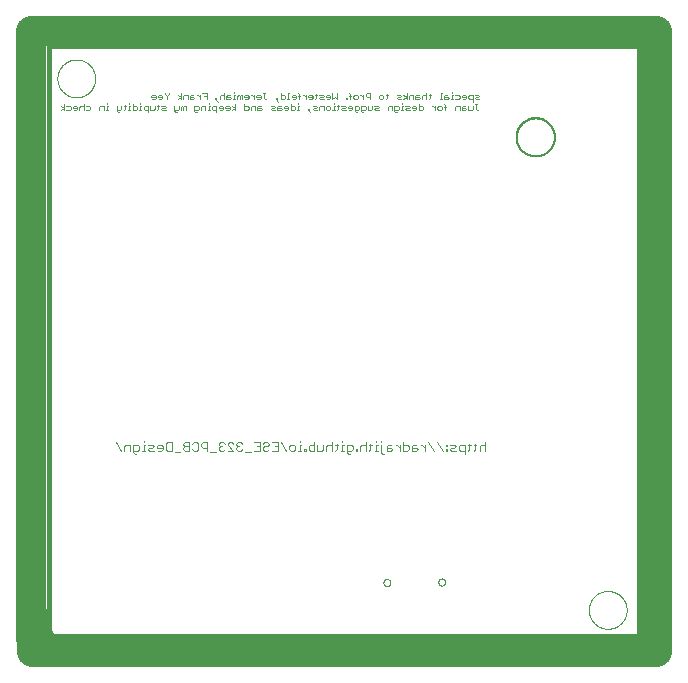
<source format=gbo>
G75*
%MOIN*%
%OFA0B0*%
%FSLAX25Y25*%
%IPPOS*%
%LPD*%
%AMOC8*
5,1,8,0,0,1.08239X$1,22.5*
%
%ADD10C,0.01600*%
%ADD11C,0.00200*%
%ADD12C,0.00300*%
%ADD13C,0.00000*%
%ADD14C,0.10000*%
%ADD15C,0.00500*%
D10*
X0123337Y0016382D02*
X0123337Y0213232D01*
X0320187Y0213232D01*
X0320187Y0016382D01*
X0123337Y0016382D01*
D11*
X0127351Y0191679D02*
X0128452Y0192413D01*
X0127351Y0193147D01*
X0128452Y0193881D02*
X0128452Y0191679D01*
X0129194Y0191679D02*
X0130295Y0191679D01*
X0130661Y0192046D01*
X0130661Y0192780D01*
X0130295Y0193147D01*
X0129194Y0193147D01*
X0131403Y0192780D02*
X0131403Y0192413D01*
X0132871Y0192413D01*
X0132871Y0192046D02*
X0132871Y0192780D01*
X0132504Y0193147D01*
X0131770Y0193147D01*
X0131403Y0192780D01*
X0131770Y0191679D02*
X0132504Y0191679D01*
X0132871Y0192046D01*
X0133613Y0191679D02*
X0133613Y0192780D01*
X0133980Y0193147D01*
X0134714Y0193147D01*
X0135081Y0192780D01*
X0135823Y0193147D02*
X0136924Y0193147D01*
X0137291Y0192780D01*
X0137291Y0192046D01*
X0136924Y0191679D01*
X0135823Y0191679D01*
X0135081Y0191679D02*
X0135081Y0193881D01*
X0140243Y0192780D02*
X0140243Y0191679D01*
X0140243Y0192780D02*
X0140610Y0193147D01*
X0141711Y0193147D01*
X0141711Y0191679D01*
X0142450Y0191679D02*
X0143184Y0191679D01*
X0142817Y0191679D02*
X0142817Y0193147D01*
X0143184Y0193147D01*
X0142817Y0193881D02*
X0142817Y0194248D01*
X0146136Y0193147D02*
X0146136Y0191312D01*
X0146503Y0190945D01*
X0146870Y0190945D01*
X0147237Y0191679D02*
X0146136Y0191679D01*
X0147237Y0191679D02*
X0147604Y0192046D01*
X0147604Y0193147D01*
X0148343Y0193147D02*
X0149077Y0193147D01*
X0148710Y0193514D02*
X0148710Y0192046D01*
X0148343Y0191679D01*
X0149816Y0191679D02*
X0150550Y0191679D01*
X0150183Y0191679D02*
X0150183Y0193147D01*
X0150550Y0193147D01*
X0151292Y0193147D02*
X0152393Y0193147D01*
X0152760Y0192780D01*
X0152760Y0192046D01*
X0152393Y0191679D01*
X0151292Y0191679D01*
X0151292Y0193881D01*
X0150183Y0193881D02*
X0150183Y0194248D01*
X0153867Y0194248D02*
X0153867Y0193881D01*
X0153867Y0193147D02*
X0153867Y0191679D01*
X0154234Y0191679D02*
X0153500Y0191679D01*
X0153867Y0193147D02*
X0154234Y0193147D01*
X0154976Y0192780D02*
X0154976Y0192046D01*
X0155342Y0191679D01*
X0156443Y0191679D01*
X0156443Y0190945D02*
X0156443Y0193147D01*
X0155342Y0193147D01*
X0154976Y0192780D01*
X0157185Y0193147D02*
X0157185Y0191679D01*
X0158286Y0191679D01*
X0158653Y0192046D01*
X0158653Y0193147D01*
X0159393Y0193147D02*
X0160127Y0193147D01*
X0159760Y0193514D02*
X0159760Y0192046D01*
X0159393Y0191679D01*
X0160869Y0192046D02*
X0161235Y0192413D01*
X0161969Y0192413D01*
X0162336Y0192780D01*
X0161969Y0193147D01*
X0160869Y0193147D01*
X0160869Y0192046D02*
X0161235Y0191679D01*
X0162336Y0191679D01*
X0165288Y0191679D02*
X0166389Y0191679D01*
X0166756Y0192046D01*
X0166756Y0193147D01*
X0167498Y0192780D02*
X0167498Y0191679D01*
X0168232Y0191679D02*
X0168232Y0192780D01*
X0167865Y0193147D01*
X0167498Y0192780D01*
X0168232Y0192780D02*
X0168599Y0193147D01*
X0168966Y0193147D01*
X0168966Y0191679D01*
X0171918Y0191679D02*
X0173019Y0191679D01*
X0173386Y0192046D01*
X0173386Y0192780D01*
X0173019Y0193147D01*
X0171918Y0193147D01*
X0171918Y0191312D01*
X0172285Y0190945D01*
X0172652Y0190945D01*
X0174128Y0191679D02*
X0174128Y0192780D01*
X0174495Y0193147D01*
X0175596Y0193147D01*
X0175596Y0191679D01*
X0176335Y0191679D02*
X0177069Y0191679D01*
X0176702Y0191679D02*
X0176702Y0193147D01*
X0177069Y0193147D01*
X0176702Y0193881D02*
X0176702Y0194248D01*
X0175964Y0195279D02*
X0175964Y0197481D01*
X0174496Y0197481D01*
X0173754Y0196747D02*
X0173754Y0195279D01*
X0173754Y0196013D02*
X0173020Y0196747D01*
X0172653Y0196747D01*
X0171546Y0196747D02*
X0170812Y0196747D01*
X0170445Y0196380D01*
X0170445Y0195279D01*
X0171546Y0195279D01*
X0171913Y0195646D01*
X0171546Y0196013D01*
X0170445Y0196013D01*
X0169703Y0196747D02*
X0168602Y0196747D01*
X0168235Y0196380D01*
X0168235Y0195279D01*
X0167493Y0195279D02*
X0167493Y0197481D01*
X0166392Y0196747D02*
X0167493Y0196013D01*
X0166392Y0195279D01*
X0165288Y0193147D02*
X0165288Y0191312D01*
X0165655Y0190945D01*
X0166022Y0190945D01*
X0162707Y0195279D02*
X0162707Y0196380D01*
X0161973Y0197114D01*
X0161973Y0197481D01*
X0162707Y0196380D02*
X0163441Y0197114D01*
X0163441Y0197481D01*
X0161231Y0196380D02*
X0160864Y0196747D01*
X0160131Y0196747D01*
X0159764Y0196380D01*
X0159764Y0196013D01*
X0161231Y0196013D01*
X0161231Y0195646D02*
X0161231Y0196380D01*
X0161231Y0195646D02*
X0160864Y0195279D01*
X0160131Y0195279D01*
X0159022Y0195646D02*
X0159022Y0196380D01*
X0158655Y0196747D01*
X0157921Y0196747D01*
X0157554Y0196380D01*
X0157554Y0196013D01*
X0159022Y0196013D01*
X0159022Y0195646D02*
X0158655Y0195279D01*
X0157921Y0195279D01*
X0169703Y0195279D02*
X0169703Y0196747D01*
X0175230Y0196380D02*
X0175964Y0196380D01*
X0178913Y0195646D02*
X0179280Y0195646D01*
X0179280Y0195279D01*
X0178913Y0195279D01*
X0178913Y0195646D01*
X0178913Y0195279D02*
X0179647Y0194545D01*
X0180389Y0195279D02*
X0180389Y0196380D01*
X0180756Y0196747D01*
X0181490Y0196747D01*
X0181857Y0196380D01*
X0182599Y0196380D02*
X0182599Y0195279D01*
X0183700Y0195279D01*
X0184067Y0195646D01*
X0183700Y0196013D01*
X0182599Y0196013D01*
X0182599Y0196380D02*
X0182966Y0196747D01*
X0183700Y0196747D01*
X0185173Y0196747D02*
X0185173Y0195279D01*
X0185540Y0195279D02*
X0184806Y0195279D01*
X0186282Y0195279D02*
X0186282Y0196380D01*
X0186649Y0196747D01*
X0187016Y0196380D01*
X0187016Y0195279D01*
X0187750Y0195279D02*
X0187750Y0196747D01*
X0187383Y0196747D01*
X0187016Y0196380D01*
X0188492Y0196380D02*
X0188492Y0196013D01*
X0189960Y0196013D01*
X0189960Y0196380D02*
X0189593Y0196747D01*
X0188859Y0196747D01*
X0188492Y0196380D01*
X0188859Y0195279D02*
X0189593Y0195279D01*
X0189960Y0195646D01*
X0189960Y0196380D01*
X0190701Y0196747D02*
X0191068Y0196747D01*
X0191801Y0196013D01*
X0191801Y0195279D02*
X0191801Y0196747D01*
X0192543Y0196380D02*
X0192543Y0196013D01*
X0194011Y0196013D01*
X0194011Y0196380D02*
X0193644Y0196747D01*
X0192910Y0196747D01*
X0192543Y0196380D01*
X0192910Y0195279D02*
X0193644Y0195279D01*
X0194011Y0195646D01*
X0194011Y0196380D01*
X0194753Y0197481D02*
X0195487Y0197481D01*
X0195120Y0197481D02*
X0195120Y0195646D01*
X0195487Y0195279D01*
X0195854Y0195279D01*
X0196221Y0195646D01*
X0197332Y0193147D02*
X0198432Y0193147D01*
X0198799Y0192780D01*
X0198432Y0192413D01*
X0197699Y0192413D01*
X0197332Y0192046D01*
X0197699Y0191679D01*
X0198799Y0191679D01*
X0199541Y0191679D02*
X0199541Y0192780D01*
X0199908Y0193147D01*
X0200642Y0193147D01*
X0200642Y0192413D02*
X0199541Y0192413D01*
X0199541Y0191679D02*
X0200642Y0191679D01*
X0201009Y0192046D01*
X0200642Y0192413D01*
X0201751Y0192413D02*
X0203219Y0192413D01*
X0203219Y0192046D02*
X0203219Y0192780D01*
X0202852Y0193147D01*
X0202118Y0193147D01*
X0201751Y0192780D01*
X0201751Y0192413D01*
X0202118Y0191679D02*
X0202852Y0191679D01*
X0203219Y0192046D01*
X0203961Y0191679D02*
X0205062Y0191679D01*
X0205429Y0192046D01*
X0205429Y0192780D01*
X0205062Y0193147D01*
X0203961Y0193147D01*
X0203961Y0193881D02*
X0203961Y0191679D01*
X0206168Y0191679D02*
X0206902Y0191679D01*
X0206535Y0191679D02*
X0206535Y0193147D01*
X0206902Y0193147D01*
X0206535Y0193881D02*
X0206535Y0194248D01*
X0206904Y0195279D02*
X0206904Y0197114D01*
X0206537Y0197481D01*
X0206537Y0196380D02*
X0207271Y0196380D01*
X0208011Y0196747D02*
X0208378Y0196747D01*
X0209112Y0196013D01*
X0209112Y0195279D02*
X0209112Y0196747D01*
X0209854Y0196380D02*
X0209854Y0196013D01*
X0211322Y0196013D01*
X0211322Y0196380D02*
X0210955Y0196747D01*
X0210221Y0196747D01*
X0209854Y0196380D01*
X0210221Y0195279D02*
X0210955Y0195279D01*
X0211322Y0195646D01*
X0211322Y0196380D01*
X0212061Y0196747D02*
X0212795Y0196747D01*
X0212428Y0197114D02*
X0212428Y0195646D01*
X0212061Y0195279D01*
X0213537Y0195646D02*
X0213904Y0196013D01*
X0214638Y0196013D01*
X0215005Y0196380D01*
X0214638Y0196747D01*
X0213537Y0196747D01*
X0213537Y0195646D02*
X0213904Y0195279D01*
X0215005Y0195279D01*
X0215747Y0196013D02*
X0217215Y0196013D01*
X0217215Y0196380D02*
X0216848Y0196747D01*
X0216114Y0196747D01*
X0215747Y0196380D01*
X0215747Y0196013D01*
X0216114Y0195279D02*
X0216848Y0195279D01*
X0217215Y0195646D01*
X0217215Y0196380D01*
X0217957Y0195279D02*
X0217957Y0197481D01*
X0219425Y0197481D02*
X0219425Y0195279D01*
X0218691Y0196013D01*
X0217957Y0195279D01*
X0218321Y0194248D02*
X0218321Y0193881D01*
X0218321Y0193147D02*
X0218321Y0191679D01*
X0218688Y0191679D02*
X0217954Y0191679D01*
X0217215Y0192046D02*
X0216848Y0191679D01*
X0216114Y0191679D01*
X0215747Y0192046D01*
X0215747Y0192780D01*
X0216114Y0193147D01*
X0216848Y0193147D01*
X0217215Y0192780D01*
X0217215Y0192046D01*
X0218321Y0193147D02*
X0218688Y0193147D01*
X0219428Y0193147D02*
X0220162Y0193147D01*
X0219795Y0193514D02*
X0219795Y0192046D01*
X0219428Y0191679D01*
X0220904Y0192046D02*
X0221271Y0192413D01*
X0222005Y0192413D01*
X0222371Y0192780D01*
X0222005Y0193147D01*
X0220904Y0193147D01*
X0220904Y0192046D02*
X0221271Y0191679D01*
X0222371Y0191679D01*
X0223113Y0192413D02*
X0223113Y0192780D01*
X0223480Y0193147D01*
X0224214Y0193147D01*
X0224581Y0192780D01*
X0224581Y0192046D01*
X0224214Y0191679D01*
X0223480Y0191679D01*
X0223113Y0192413D02*
X0224581Y0192413D01*
X0225323Y0193147D02*
X0225323Y0191312D01*
X0225690Y0190945D01*
X0226057Y0190945D01*
X0226424Y0191679D02*
X0225323Y0191679D01*
X0226424Y0191679D02*
X0226791Y0192046D01*
X0226791Y0192780D01*
X0226424Y0193147D01*
X0225323Y0193147D01*
X0225322Y0195279D02*
X0224955Y0195646D01*
X0224955Y0196380D01*
X0225322Y0196747D01*
X0226056Y0196747D01*
X0226423Y0196380D01*
X0226423Y0195646D01*
X0226056Y0195279D01*
X0225322Y0195279D01*
X0223846Y0195279D02*
X0223846Y0197114D01*
X0223479Y0197481D01*
X0223479Y0196380D02*
X0224213Y0196380D01*
X0222740Y0195646D02*
X0222373Y0195646D01*
X0222373Y0195279D01*
X0222740Y0195279D01*
X0222740Y0195646D01*
X0227164Y0196747D02*
X0227531Y0196747D01*
X0228265Y0196013D01*
X0228265Y0195279D02*
X0228265Y0196747D01*
X0229006Y0197114D02*
X0229006Y0196380D01*
X0229373Y0196013D01*
X0230474Y0196013D01*
X0230474Y0195279D02*
X0230474Y0197481D01*
X0229373Y0197481D01*
X0229006Y0197114D01*
X0228634Y0193147D02*
X0229001Y0192780D01*
X0229001Y0192046D01*
X0228634Y0191679D01*
X0227533Y0191679D01*
X0227533Y0191312D02*
X0227533Y0193147D01*
X0228634Y0193147D01*
X0229743Y0193147D02*
X0229743Y0191679D01*
X0230844Y0191679D01*
X0231211Y0192046D01*
X0231211Y0193147D01*
X0231953Y0193147D02*
X0233054Y0193147D01*
X0233421Y0192780D01*
X0233054Y0192413D01*
X0232320Y0192413D01*
X0231953Y0192046D01*
X0232320Y0191679D01*
X0233421Y0191679D01*
X0236373Y0191679D02*
X0236373Y0192780D01*
X0236740Y0193147D01*
X0237841Y0193147D01*
X0237841Y0191679D01*
X0238583Y0191679D02*
X0239684Y0191679D01*
X0240051Y0192046D01*
X0240051Y0192780D01*
X0239684Y0193147D01*
X0238583Y0193147D01*
X0238583Y0191312D01*
X0238950Y0190945D01*
X0239317Y0190945D01*
X0240790Y0191679D02*
X0241524Y0191679D01*
X0241157Y0191679D02*
X0241157Y0193147D01*
X0241524Y0193147D01*
X0242266Y0193147D02*
X0243367Y0193147D01*
X0243734Y0192780D01*
X0243367Y0192413D01*
X0242633Y0192413D01*
X0242266Y0192046D01*
X0242633Y0191679D01*
X0243734Y0191679D01*
X0244476Y0192413D02*
X0245944Y0192413D01*
X0245944Y0192046D02*
X0245944Y0192780D01*
X0245577Y0193147D01*
X0244843Y0193147D01*
X0244476Y0192780D01*
X0244476Y0192413D01*
X0244843Y0191679D02*
X0245577Y0191679D01*
X0245944Y0192046D01*
X0246686Y0191679D02*
X0247786Y0191679D01*
X0248153Y0192046D01*
X0248153Y0192780D01*
X0247786Y0193147D01*
X0246686Y0193147D01*
X0246686Y0193881D02*
X0246686Y0191679D01*
X0251104Y0193147D02*
X0251471Y0193147D01*
X0252205Y0192413D01*
X0252205Y0191679D02*
X0252205Y0193147D01*
X0252947Y0192780D02*
X0252947Y0192046D01*
X0253314Y0191679D01*
X0254048Y0191679D01*
X0254415Y0192046D01*
X0254415Y0192780D01*
X0254048Y0193147D01*
X0253314Y0193147D01*
X0252947Y0192780D01*
X0255154Y0192780D02*
X0255888Y0192780D01*
X0255521Y0193514D02*
X0255521Y0191679D01*
X0255521Y0193514D02*
X0255154Y0193881D01*
X0255157Y0195279D02*
X0256258Y0195279D01*
X0256625Y0195646D01*
X0256258Y0196013D01*
X0255157Y0196013D01*
X0255157Y0196380D02*
X0255157Y0195279D01*
X0254415Y0195279D02*
X0253681Y0195279D01*
X0254048Y0195279D02*
X0254048Y0197481D01*
X0254415Y0197481D01*
X0255157Y0196380D02*
X0255524Y0196747D01*
X0256258Y0196747D01*
X0257731Y0196747D02*
X0257731Y0195279D01*
X0258098Y0195279D02*
X0257364Y0195279D01*
X0258840Y0195279D02*
X0259941Y0195279D01*
X0260308Y0195646D01*
X0260308Y0196380D01*
X0259941Y0196747D01*
X0258840Y0196747D01*
X0258098Y0196747D02*
X0257731Y0196747D01*
X0257731Y0197481D02*
X0257731Y0197848D01*
X0261050Y0196380D02*
X0261050Y0196013D01*
X0262518Y0196013D01*
X0262518Y0196380D02*
X0262151Y0196747D01*
X0261417Y0196747D01*
X0261050Y0196380D01*
X0261417Y0195279D02*
X0262151Y0195279D01*
X0262518Y0195646D01*
X0262518Y0196380D01*
X0263260Y0196380D02*
X0263260Y0195646D01*
X0263627Y0195279D01*
X0264728Y0195279D01*
X0264728Y0194545D02*
X0264728Y0196747D01*
X0263627Y0196747D01*
X0263260Y0196380D01*
X0265469Y0196747D02*
X0266570Y0196747D01*
X0266937Y0196380D01*
X0266570Y0196013D01*
X0265836Y0196013D01*
X0265469Y0195646D01*
X0265836Y0195279D01*
X0266937Y0195279D01*
X0266203Y0193881D02*
X0265469Y0193881D01*
X0265836Y0193881D02*
X0265836Y0192046D01*
X0266203Y0191679D01*
X0266570Y0191679D01*
X0266937Y0192046D01*
X0264728Y0192046D02*
X0264728Y0193147D01*
X0264728Y0192046D02*
X0264361Y0191679D01*
X0263260Y0191679D01*
X0263260Y0193147D01*
X0262151Y0193147D02*
X0261417Y0193147D01*
X0261050Y0192780D01*
X0261050Y0191679D01*
X0262151Y0191679D01*
X0262518Y0192046D01*
X0262151Y0192413D01*
X0261050Y0192413D01*
X0260308Y0191679D02*
X0260308Y0193147D01*
X0259207Y0193147D01*
X0258840Y0192780D01*
X0258840Y0191679D01*
X0250365Y0195646D02*
X0249998Y0195279D01*
X0250365Y0195646D02*
X0250365Y0197114D01*
X0250732Y0196747D02*
X0249998Y0196747D01*
X0249258Y0196380D02*
X0248891Y0196747D01*
X0248157Y0196747D01*
X0247790Y0196380D01*
X0247790Y0195279D01*
X0247048Y0195646D02*
X0246682Y0196013D01*
X0245581Y0196013D01*
X0245581Y0196380D02*
X0245581Y0195279D01*
X0246682Y0195279D01*
X0247048Y0195646D01*
X0246682Y0196747D02*
X0245948Y0196747D01*
X0245581Y0196380D01*
X0244839Y0196747D02*
X0243738Y0196747D01*
X0243371Y0196380D01*
X0243371Y0195279D01*
X0242629Y0195279D02*
X0242629Y0197481D01*
X0241528Y0196747D02*
X0242629Y0196013D01*
X0241528Y0195279D01*
X0240787Y0195279D02*
X0239686Y0195279D01*
X0239319Y0195646D01*
X0239686Y0196013D01*
X0240420Y0196013D01*
X0240787Y0196380D01*
X0240420Y0196747D01*
X0239319Y0196747D01*
X0236367Y0196747D02*
X0235633Y0196747D01*
X0236000Y0197114D02*
X0236000Y0195646D01*
X0235633Y0195279D01*
X0234894Y0195646D02*
X0234527Y0195279D01*
X0233793Y0195279D01*
X0233426Y0195646D01*
X0233426Y0196380D01*
X0233793Y0196747D01*
X0234527Y0196747D01*
X0234894Y0196380D01*
X0234894Y0195646D01*
X0241157Y0194248D02*
X0241157Y0193881D01*
X0244839Y0195279D02*
X0244839Y0196747D01*
X0249258Y0197481D02*
X0249258Y0195279D01*
X0228267Y0190945D02*
X0227900Y0190945D01*
X0227533Y0191312D01*
X0215005Y0191679D02*
X0215005Y0193147D01*
X0213904Y0193147D01*
X0213537Y0192780D01*
X0213537Y0191679D01*
X0212795Y0191679D02*
X0211694Y0191679D01*
X0211327Y0192046D01*
X0211694Y0192413D01*
X0212428Y0192413D01*
X0212795Y0192780D01*
X0212428Y0193147D01*
X0211327Y0193147D01*
X0210218Y0192046D02*
X0210218Y0191679D01*
X0209852Y0191679D01*
X0209852Y0192046D01*
X0210218Y0192046D01*
X0209852Y0191679D02*
X0210585Y0190945D01*
X0205797Y0195646D02*
X0205797Y0196380D01*
X0205430Y0196747D01*
X0204696Y0196747D01*
X0204329Y0196380D01*
X0204329Y0196013D01*
X0205797Y0196013D01*
X0205797Y0195646D02*
X0205430Y0195279D01*
X0204696Y0195279D01*
X0203588Y0195279D02*
X0202854Y0195279D01*
X0203221Y0195279D02*
X0203221Y0197481D01*
X0203588Y0197481D01*
X0202114Y0196380D02*
X0201747Y0196747D01*
X0200646Y0196747D01*
X0200646Y0197481D02*
X0200646Y0195279D01*
X0201747Y0195279D01*
X0202114Y0195646D01*
X0202114Y0196380D01*
X0199537Y0195646D02*
X0199537Y0195279D01*
X0199170Y0195279D01*
X0199170Y0195646D01*
X0199537Y0195646D01*
X0199170Y0195279D02*
X0199904Y0194545D01*
X0194013Y0193147D02*
X0193279Y0193147D01*
X0192912Y0192780D01*
X0192912Y0191679D01*
X0194013Y0191679D01*
X0194380Y0192046D01*
X0194013Y0192413D01*
X0192912Y0192413D01*
X0192170Y0193147D02*
X0191069Y0193147D01*
X0190702Y0192780D01*
X0190702Y0191679D01*
X0189960Y0192046D02*
X0189960Y0192780D01*
X0189593Y0193147D01*
X0188492Y0193147D01*
X0188492Y0193881D02*
X0188492Y0191679D01*
X0189593Y0191679D01*
X0189960Y0192046D01*
X0192170Y0191679D02*
X0192170Y0193147D01*
X0185540Y0193881D02*
X0185540Y0191679D01*
X0185540Y0192413D02*
X0184439Y0193147D01*
X0183699Y0192780D02*
X0183332Y0193147D01*
X0182598Y0193147D01*
X0182231Y0192780D01*
X0182231Y0192413D01*
X0183699Y0192413D01*
X0183699Y0192046D02*
X0183699Y0192780D01*
X0183699Y0192046D02*
X0183332Y0191679D01*
X0182598Y0191679D01*
X0181489Y0192046D02*
X0181489Y0192780D01*
X0181122Y0193147D01*
X0180388Y0193147D01*
X0180021Y0192780D01*
X0180021Y0192413D01*
X0181489Y0192413D01*
X0181489Y0192046D02*
X0181122Y0191679D01*
X0180388Y0191679D01*
X0179279Y0191679D02*
X0178178Y0191679D01*
X0177811Y0192046D01*
X0177811Y0192780D01*
X0178178Y0193147D01*
X0179279Y0193147D01*
X0179279Y0190945D01*
X0181857Y0195279D02*
X0181857Y0197481D01*
X0185173Y0197481D02*
X0185173Y0197848D01*
X0185173Y0196747D02*
X0185540Y0196747D01*
X0185540Y0192413D02*
X0184439Y0191679D01*
D12*
X0207026Y0081532D02*
X0207026Y0081049D01*
X0207026Y0080081D02*
X0207026Y0078146D01*
X0207510Y0078146D02*
X0206542Y0078146D01*
X0205545Y0078630D02*
X0205545Y0079597D01*
X0205061Y0080081D01*
X0204094Y0080081D01*
X0203610Y0079597D01*
X0203610Y0078630D01*
X0204094Y0078146D01*
X0205061Y0078146D01*
X0205545Y0078630D01*
X0207026Y0080081D02*
X0207510Y0080081D01*
X0208499Y0078630D02*
X0208499Y0078146D01*
X0208983Y0078146D01*
X0208983Y0078630D01*
X0208499Y0078630D01*
X0209994Y0078630D02*
X0209994Y0079597D01*
X0210478Y0080081D01*
X0211929Y0080081D01*
X0211929Y0081049D02*
X0211929Y0078146D01*
X0210478Y0078146D01*
X0209994Y0078630D01*
X0212941Y0078146D02*
X0212941Y0080081D01*
X0214876Y0080081D02*
X0214876Y0078630D01*
X0214392Y0078146D01*
X0212941Y0078146D01*
X0215887Y0078146D02*
X0215887Y0079597D01*
X0216371Y0080081D01*
X0217339Y0080081D01*
X0217822Y0079597D01*
X0218819Y0080081D02*
X0219787Y0080081D01*
X0219303Y0080565D02*
X0219303Y0078630D01*
X0218819Y0078146D01*
X0217822Y0078146D02*
X0217822Y0081049D01*
X0221267Y0081049D02*
X0221267Y0081532D01*
X0221267Y0080081D02*
X0221267Y0078146D01*
X0220784Y0078146D02*
X0221751Y0078146D01*
X0222763Y0078146D02*
X0224214Y0078146D01*
X0224698Y0078630D01*
X0224698Y0079597D01*
X0224214Y0080081D01*
X0222763Y0080081D01*
X0222763Y0077662D01*
X0223246Y0077179D01*
X0223730Y0077179D01*
X0225687Y0078146D02*
X0226171Y0078146D01*
X0226171Y0078630D01*
X0225687Y0078630D01*
X0225687Y0078146D01*
X0227182Y0078146D02*
X0227182Y0079597D01*
X0227666Y0080081D01*
X0228634Y0080081D01*
X0229117Y0079597D01*
X0230114Y0080081D02*
X0231082Y0080081D01*
X0230598Y0080565D02*
X0230598Y0078630D01*
X0230114Y0078146D01*
X0229117Y0078146D02*
X0229117Y0081049D01*
X0232562Y0081049D02*
X0232562Y0081532D01*
X0232562Y0080081D02*
X0232562Y0078146D01*
X0232079Y0078146D02*
X0233046Y0078146D01*
X0234043Y0077662D02*
X0234043Y0080081D01*
X0234043Y0081049D02*
X0234043Y0081532D01*
X0233046Y0080081D02*
X0232562Y0080081D01*
X0234043Y0077662D02*
X0234527Y0077179D01*
X0235010Y0077179D01*
X0236022Y0078146D02*
X0236022Y0079597D01*
X0236506Y0080081D01*
X0237473Y0080081D01*
X0237473Y0079114D02*
X0236022Y0079114D01*
X0236022Y0078146D02*
X0237473Y0078146D01*
X0237957Y0078630D01*
X0237473Y0079114D01*
X0238961Y0080081D02*
X0239445Y0080081D01*
X0240412Y0079114D01*
X0240412Y0080081D02*
X0240412Y0078146D01*
X0241424Y0078146D02*
X0242875Y0078146D01*
X0243359Y0078630D01*
X0243359Y0079597D01*
X0242875Y0080081D01*
X0241424Y0080081D01*
X0241424Y0081049D02*
X0241424Y0078146D01*
X0244370Y0078146D02*
X0244370Y0079597D01*
X0244854Y0080081D01*
X0245822Y0080081D01*
X0245822Y0079114D02*
X0244370Y0079114D01*
X0244370Y0078146D02*
X0245822Y0078146D01*
X0246305Y0078630D01*
X0245822Y0079114D01*
X0247310Y0080081D02*
X0247793Y0080081D01*
X0248761Y0079114D01*
X0248761Y0080081D02*
X0248761Y0078146D01*
X0251707Y0078146D02*
X0249772Y0081049D01*
X0252719Y0081049D02*
X0254654Y0078146D01*
X0255643Y0078146D02*
X0256127Y0078146D01*
X0256127Y0078630D01*
X0255643Y0078630D01*
X0255643Y0078146D01*
X0255643Y0079597D02*
X0256127Y0079597D01*
X0256127Y0080081D01*
X0255643Y0080081D01*
X0255643Y0079597D01*
X0257139Y0080081D02*
X0258590Y0080081D01*
X0259074Y0079597D01*
X0258590Y0079114D01*
X0257622Y0079114D01*
X0257139Y0078630D01*
X0257622Y0078146D01*
X0259074Y0078146D01*
X0260085Y0078630D02*
X0260569Y0078146D01*
X0262020Y0078146D01*
X0262020Y0077179D02*
X0262020Y0080081D01*
X0260569Y0080081D01*
X0260085Y0079597D01*
X0260085Y0078630D01*
X0263017Y0078146D02*
X0263501Y0078630D01*
X0263501Y0080565D01*
X0263984Y0080081D02*
X0263017Y0080081D01*
X0264981Y0080081D02*
X0265949Y0080081D01*
X0265465Y0080565D02*
X0265465Y0078630D01*
X0264981Y0078146D01*
X0266960Y0078146D02*
X0266960Y0079597D01*
X0267444Y0080081D01*
X0268412Y0080081D01*
X0268895Y0079597D01*
X0268895Y0078146D02*
X0268895Y0081049D01*
X0221751Y0080081D02*
X0221267Y0080081D01*
X0202599Y0078146D02*
X0200664Y0081049D01*
X0199652Y0081049D02*
X0199652Y0078146D01*
X0197717Y0078146D01*
X0196706Y0078630D02*
X0196222Y0078146D01*
X0195254Y0078146D01*
X0194771Y0078630D01*
X0194771Y0079114D01*
X0195254Y0079597D01*
X0196222Y0079597D01*
X0196706Y0080081D01*
X0196706Y0080565D01*
X0196222Y0081049D01*
X0195254Y0081049D01*
X0194771Y0080565D01*
X0193759Y0081049D02*
X0193759Y0078146D01*
X0191824Y0078146D01*
X0190813Y0077662D02*
X0188878Y0077662D01*
X0187866Y0078630D02*
X0187382Y0078146D01*
X0186415Y0078146D01*
X0185931Y0078630D01*
X0185931Y0079114D01*
X0186415Y0079597D01*
X0186899Y0079597D01*
X0186415Y0079597D02*
X0185931Y0080081D01*
X0185931Y0080565D01*
X0186415Y0081049D01*
X0187382Y0081049D01*
X0187866Y0080565D01*
X0184920Y0080565D02*
X0184436Y0081049D01*
X0183468Y0081049D01*
X0182985Y0080565D01*
X0182985Y0080081D01*
X0184920Y0078146D01*
X0182985Y0078146D01*
X0181973Y0078630D02*
X0181489Y0078146D01*
X0180522Y0078146D01*
X0180038Y0078630D01*
X0180038Y0079114D01*
X0180522Y0079597D01*
X0181006Y0079597D01*
X0180522Y0079597D02*
X0180038Y0080081D01*
X0180038Y0080565D01*
X0180522Y0081049D01*
X0181489Y0081049D01*
X0181973Y0080565D01*
X0179027Y0077662D02*
X0177092Y0077662D01*
X0176080Y0078146D02*
X0176080Y0081049D01*
X0174629Y0081049D01*
X0174145Y0080565D01*
X0174145Y0079597D01*
X0174629Y0079114D01*
X0176080Y0079114D01*
X0173133Y0078630D02*
X0172650Y0078146D01*
X0171682Y0078146D01*
X0171198Y0078630D01*
X0170187Y0078146D02*
X0168736Y0078146D01*
X0168252Y0078630D01*
X0168252Y0079114D01*
X0168736Y0079597D01*
X0170187Y0079597D01*
X0171198Y0080565D02*
X0171682Y0081049D01*
X0172650Y0081049D01*
X0173133Y0080565D01*
X0173133Y0078630D01*
X0170187Y0078146D02*
X0170187Y0081049D01*
X0168736Y0081049D01*
X0168252Y0080565D01*
X0168252Y0080081D01*
X0168736Y0079597D01*
X0167240Y0077662D02*
X0165305Y0077662D01*
X0164294Y0078146D02*
X0162843Y0078146D01*
X0162359Y0078630D01*
X0162359Y0080565D01*
X0162843Y0081049D01*
X0164294Y0081049D01*
X0164294Y0078146D01*
X0161347Y0078630D02*
X0161347Y0079597D01*
X0160864Y0080081D01*
X0159896Y0080081D01*
X0159412Y0079597D01*
X0159412Y0079114D01*
X0161347Y0079114D01*
X0161347Y0078630D02*
X0160864Y0078146D01*
X0159896Y0078146D01*
X0158401Y0078146D02*
X0156950Y0078146D01*
X0156466Y0078630D01*
X0156950Y0079114D01*
X0157917Y0079114D01*
X0158401Y0079597D01*
X0157917Y0080081D01*
X0156466Y0080081D01*
X0155454Y0080081D02*
X0154971Y0080081D01*
X0154971Y0078146D01*
X0155454Y0078146D02*
X0154487Y0078146D01*
X0153490Y0078630D02*
X0153006Y0078146D01*
X0151555Y0078146D01*
X0151555Y0077662D02*
X0151555Y0080081D01*
X0153006Y0080081D01*
X0153490Y0079597D01*
X0153490Y0078630D01*
X0152523Y0077179D02*
X0152039Y0077179D01*
X0151555Y0077662D01*
X0150543Y0078146D02*
X0150543Y0080081D01*
X0149092Y0080081D01*
X0148609Y0079597D01*
X0148609Y0078146D01*
X0147597Y0078146D02*
X0145662Y0081049D01*
X0154971Y0081049D02*
X0154971Y0081532D01*
X0191824Y0081049D02*
X0193759Y0081049D01*
X0193759Y0079597D02*
X0192792Y0079597D01*
X0197717Y0081049D02*
X0199652Y0081049D01*
X0199652Y0079597D02*
X0198685Y0079597D01*
D13*
X0234912Y0034217D02*
X0234914Y0034286D01*
X0234920Y0034354D01*
X0234930Y0034422D01*
X0234944Y0034489D01*
X0234962Y0034556D01*
X0234983Y0034621D01*
X0235009Y0034685D01*
X0235038Y0034747D01*
X0235070Y0034807D01*
X0235106Y0034866D01*
X0235146Y0034922D01*
X0235188Y0034976D01*
X0235234Y0035027D01*
X0235283Y0035076D01*
X0235334Y0035122D01*
X0235388Y0035164D01*
X0235444Y0035204D01*
X0235502Y0035240D01*
X0235563Y0035272D01*
X0235625Y0035301D01*
X0235689Y0035327D01*
X0235754Y0035348D01*
X0235821Y0035366D01*
X0235888Y0035380D01*
X0235956Y0035390D01*
X0236024Y0035396D01*
X0236093Y0035398D01*
X0236162Y0035396D01*
X0236230Y0035390D01*
X0236298Y0035380D01*
X0236365Y0035366D01*
X0236432Y0035348D01*
X0236497Y0035327D01*
X0236561Y0035301D01*
X0236623Y0035272D01*
X0236683Y0035240D01*
X0236742Y0035204D01*
X0236798Y0035164D01*
X0236852Y0035122D01*
X0236903Y0035076D01*
X0236952Y0035027D01*
X0236998Y0034976D01*
X0237040Y0034922D01*
X0237080Y0034866D01*
X0237116Y0034807D01*
X0237148Y0034747D01*
X0237177Y0034685D01*
X0237203Y0034621D01*
X0237224Y0034556D01*
X0237242Y0034489D01*
X0237256Y0034422D01*
X0237266Y0034354D01*
X0237272Y0034286D01*
X0237274Y0034217D01*
X0237272Y0034148D01*
X0237266Y0034080D01*
X0237256Y0034012D01*
X0237242Y0033945D01*
X0237224Y0033878D01*
X0237203Y0033813D01*
X0237177Y0033749D01*
X0237148Y0033687D01*
X0237116Y0033626D01*
X0237080Y0033568D01*
X0237040Y0033512D01*
X0236998Y0033458D01*
X0236952Y0033407D01*
X0236903Y0033358D01*
X0236852Y0033312D01*
X0236798Y0033270D01*
X0236742Y0033230D01*
X0236684Y0033194D01*
X0236623Y0033162D01*
X0236561Y0033133D01*
X0236497Y0033107D01*
X0236432Y0033086D01*
X0236365Y0033068D01*
X0236298Y0033054D01*
X0236230Y0033044D01*
X0236162Y0033038D01*
X0236093Y0033036D01*
X0236024Y0033038D01*
X0235956Y0033044D01*
X0235888Y0033054D01*
X0235821Y0033068D01*
X0235754Y0033086D01*
X0235689Y0033107D01*
X0235625Y0033133D01*
X0235563Y0033162D01*
X0235502Y0033194D01*
X0235444Y0033230D01*
X0235388Y0033270D01*
X0235334Y0033312D01*
X0235283Y0033358D01*
X0235234Y0033407D01*
X0235188Y0033458D01*
X0235146Y0033512D01*
X0235106Y0033568D01*
X0235070Y0033626D01*
X0235038Y0033687D01*
X0235009Y0033749D01*
X0234983Y0033813D01*
X0234962Y0033878D01*
X0234944Y0033945D01*
X0234930Y0034012D01*
X0234920Y0034080D01*
X0234914Y0034148D01*
X0234912Y0034217D01*
X0253219Y0034413D02*
X0253221Y0034482D01*
X0253227Y0034550D01*
X0253237Y0034618D01*
X0253251Y0034685D01*
X0253269Y0034752D01*
X0253290Y0034817D01*
X0253316Y0034881D01*
X0253345Y0034943D01*
X0253377Y0035003D01*
X0253413Y0035062D01*
X0253453Y0035118D01*
X0253495Y0035172D01*
X0253541Y0035223D01*
X0253590Y0035272D01*
X0253641Y0035318D01*
X0253695Y0035360D01*
X0253751Y0035400D01*
X0253809Y0035436D01*
X0253870Y0035468D01*
X0253932Y0035497D01*
X0253996Y0035523D01*
X0254061Y0035544D01*
X0254128Y0035562D01*
X0254195Y0035576D01*
X0254263Y0035586D01*
X0254331Y0035592D01*
X0254400Y0035594D01*
X0254469Y0035592D01*
X0254537Y0035586D01*
X0254605Y0035576D01*
X0254672Y0035562D01*
X0254739Y0035544D01*
X0254804Y0035523D01*
X0254868Y0035497D01*
X0254930Y0035468D01*
X0254990Y0035436D01*
X0255049Y0035400D01*
X0255105Y0035360D01*
X0255159Y0035318D01*
X0255210Y0035272D01*
X0255259Y0035223D01*
X0255305Y0035172D01*
X0255347Y0035118D01*
X0255387Y0035062D01*
X0255423Y0035003D01*
X0255455Y0034943D01*
X0255484Y0034881D01*
X0255510Y0034817D01*
X0255531Y0034752D01*
X0255549Y0034685D01*
X0255563Y0034618D01*
X0255573Y0034550D01*
X0255579Y0034482D01*
X0255581Y0034413D01*
X0255579Y0034344D01*
X0255573Y0034276D01*
X0255563Y0034208D01*
X0255549Y0034141D01*
X0255531Y0034074D01*
X0255510Y0034009D01*
X0255484Y0033945D01*
X0255455Y0033883D01*
X0255423Y0033822D01*
X0255387Y0033764D01*
X0255347Y0033708D01*
X0255305Y0033654D01*
X0255259Y0033603D01*
X0255210Y0033554D01*
X0255159Y0033508D01*
X0255105Y0033466D01*
X0255049Y0033426D01*
X0254991Y0033390D01*
X0254930Y0033358D01*
X0254868Y0033329D01*
X0254804Y0033303D01*
X0254739Y0033282D01*
X0254672Y0033264D01*
X0254605Y0033250D01*
X0254537Y0033240D01*
X0254469Y0033234D01*
X0254400Y0033232D01*
X0254331Y0033234D01*
X0254263Y0033240D01*
X0254195Y0033250D01*
X0254128Y0033264D01*
X0254061Y0033282D01*
X0253996Y0033303D01*
X0253932Y0033329D01*
X0253870Y0033358D01*
X0253809Y0033390D01*
X0253751Y0033426D01*
X0253695Y0033466D01*
X0253641Y0033508D01*
X0253590Y0033554D01*
X0253541Y0033603D01*
X0253495Y0033654D01*
X0253453Y0033708D01*
X0253413Y0033764D01*
X0253377Y0033822D01*
X0253345Y0033883D01*
X0253316Y0033945D01*
X0253290Y0034009D01*
X0253269Y0034074D01*
X0253251Y0034141D01*
X0253237Y0034208D01*
X0253227Y0034276D01*
X0253221Y0034344D01*
X0253219Y0034413D01*
X0303416Y0025122D02*
X0303418Y0025280D01*
X0303424Y0025438D01*
X0303434Y0025596D01*
X0303448Y0025754D01*
X0303466Y0025911D01*
X0303487Y0026068D01*
X0303513Y0026224D01*
X0303543Y0026380D01*
X0303576Y0026535D01*
X0303614Y0026688D01*
X0303655Y0026841D01*
X0303700Y0026993D01*
X0303749Y0027144D01*
X0303802Y0027293D01*
X0303858Y0027441D01*
X0303918Y0027587D01*
X0303982Y0027732D01*
X0304050Y0027875D01*
X0304121Y0028017D01*
X0304195Y0028157D01*
X0304273Y0028294D01*
X0304355Y0028430D01*
X0304439Y0028564D01*
X0304528Y0028695D01*
X0304619Y0028824D01*
X0304714Y0028951D01*
X0304811Y0029076D01*
X0304912Y0029198D01*
X0305016Y0029317D01*
X0305123Y0029434D01*
X0305233Y0029548D01*
X0305346Y0029659D01*
X0305461Y0029768D01*
X0305579Y0029873D01*
X0305700Y0029975D01*
X0305823Y0030075D01*
X0305949Y0030171D01*
X0306077Y0030264D01*
X0306207Y0030354D01*
X0306340Y0030440D01*
X0306475Y0030524D01*
X0306611Y0030603D01*
X0306750Y0030680D01*
X0306891Y0030752D01*
X0307033Y0030822D01*
X0307177Y0030887D01*
X0307323Y0030949D01*
X0307470Y0031007D01*
X0307619Y0031062D01*
X0307769Y0031113D01*
X0307920Y0031160D01*
X0308072Y0031203D01*
X0308225Y0031242D01*
X0308380Y0031278D01*
X0308535Y0031309D01*
X0308691Y0031337D01*
X0308847Y0031361D01*
X0309004Y0031381D01*
X0309162Y0031397D01*
X0309319Y0031409D01*
X0309478Y0031417D01*
X0309636Y0031421D01*
X0309794Y0031421D01*
X0309952Y0031417D01*
X0310111Y0031409D01*
X0310268Y0031397D01*
X0310426Y0031381D01*
X0310583Y0031361D01*
X0310739Y0031337D01*
X0310895Y0031309D01*
X0311050Y0031278D01*
X0311205Y0031242D01*
X0311358Y0031203D01*
X0311510Y0031160D01*
X0311661Y0031113D01*
X0311811Y0031062D01*
X0311960Y0031007D01*
X0312107Y0030949D01*
X0312253Y0030887D01*
X0312397Y0030822D01*
X0312539Y0030752D01*
X0312680Y0030680D01*
X0312819Y0030603D01*
X0312955Y0030524D01*
X0313090Y0030440D01*
X0313223Y0030354D01*
X0313353Y0030264D01*
X0313481Y0030171D01*
X0313607Y0030075D01*
X0313730Y0029975D01*
X0313851Y0029873D01*
X0313969Y0029768D01*
X0314084Y0029659D01*
X0314197Y0029548D01*
X0314307Y0029434D01*
X0314414Y0029317D01*
X0314518Y0029198D01*
X0314619Y0029076D01*
X0314716Y0028951D01*
X0314811Y0028824D01*
X0314902Y0028695D01*
X0314991Y0028564D01*
X0315075Y0028430D01*
X0315157Y0028294D01*
X0315235Y0028157D01*
X0315309Y0028017D01*
X0315380Y0027875D01*
X0315448Y0027732D01*
X0315512Y0027587D01*
X0315572Y0027441D01*
X0315628Y0027293D01*
X0315681Y0027144D01*
X0315730Y0026993D01*
X0315775Y0026841D01*
X0315816Y0026688D01*
X0315854Y0026535D01*
X0315887Y0026380D01*
X0315917Y0026224D01*
X0315943Y0026068D01*
X0315964Y0025911D01*
X0315982Y0025754D01*
X0315996Y0025596D01*
X0316006Y0025438D01*
X0316012Y0025280D01*
X0316014Y0025122D01*
X0316012Y0024964D01*
X0316006Y0024806D01*
X0315996Y0024648D01*
X0315982Y0024490D01*
X0315964Y0024333D01*
X0315943Y0024176D01*
X0315917Y0024020D01*
X0315887Y0023864D01*
X0315854Y0023709D01*
X0315816Y0023556D01*
X0315775Y0023403D01*
X0315730Y0023251D01*
X0315681Y0023100D01*
X0315628Y0022951D01*
X0315572Y0022803D01*
X0315512Y0022657D01*
X0315448Y0022512D01*
X0315380Y0022369D01*
X0315309Y0022227D01*
X0315235Y0022087D01*
X0315157Y0021950D01*
X0315075Y0021814D01*
X0314991Y0021680D01*
X0314902Y0021549D01*
X0314811Y0021420D01*
X0314716Y0021293D01*
X0314619Y0021168D01*
X0314518Y0021046D01*
X0314414Y0020927D01*
X0314307Y0020810D01*
X0314197Y0020696D01*
X0314084Y0020585D01*
X0313969Y0020476D01*
X0313851Y0020371D01*
X0313730Y0020269D01*
X0313607Y0020169D01*
X0313481Y0020073D01*
X0313353Y0019980D01*
X0313223Y0019890D01*
X0313090Y0019804D01*
X0312955Y0019720D01*
X0312819Y0019641D01*
X0312680Y0019564D01*
X0312539Y0019492D01*
X0312397Y0019422D01*
X0312253Y0019357D01*
X0312107Y0019295D01*
X0311960Y0019237D01*
X0311811Y0019182D01*
X0311661Y0019131D01*
X0311510Y0019084D01*
X0311358Y0019041D01*
X0311205Y0019002D01*
X0311050Y0018966D01*
X0310895Y0018935D01*
X0310739Y0018907D01*
X0310583Y0018883D01*
X0310426Y0018863D01*
X0310268Y0018847D01*
X0310111Y0018835D01*
X0309952Y0018827D01*
X0309794Y0018823D01*
X0309636Y0018823D01*
X0309478Y0018827D01*
X0309319Y0018835D01*
X0309162Y0018847D01*
X0309004Y0018863D01*
X0308847Y0018883D01*
X0308691Y0018907D01*
X0308535Y0018935D01*
X0308380Y0018966D01*
X0308225Y0019002D01*
X0308072Y0019041D01*
X0307920Y0019084D01*
X0307769Y0019131D01*
X0307619Y0019182D01*
X0307470Y0019237D01*
X0307323Y0019295D01*
X0307177Y0019357D01*
X0307033Y0019422D01*
X0306891Y0019492D01*
X0306750Y0019564D01*
X0306611Y0019641D01*
X0306475Y0019720D01*
X0306340Y0019804D01*
X0306207Y0019890D01*
X0306077Y0019980D01*
X0305949Y0020073D01*
X0305823Y0020169D01*
X0305700Y0020269D01*
X0305579Y0020371D01*
X0305461Y0020476D01*
X0305346Y0020585D01*
X0305233Y0020696D01*
X0305123Y0020810D01*
X0305016Y0020927D01*
X0304912Y0021046D01*
X0304811Y0021168D01*
X0304714Y0021293D01*
X0304619Y0021420D01*
X0304528Y0021549D01*
X0304439Y0021680D01*
X0304355Y0021814D01*
X0304273Y0021950D01*
X0304195Y0022087D01*
X0304121Y0022227D01*
X0304050Y0022369D01*
X0303982Y0022512D01*
X0303918Y0022657D01*
X0303858Y0022803D01*
X0303802Y0022951D01*
X0303749Y0023100D01*
X0303700Y0023251D01*
X0303655Y0023403D01*
X0303614Y0023556D01*
X0303576Y0023709D01*
X0303543Y0023864D01*
X0303513Y0024020D01*
X0303487Y0024176D01*
X0303466Y0024333D01*
X0303448Y0024490D01*
X0303434Y0024648D01*
X0303424Y0024806D01*
X0303418Y0024964D01*
X0303416Y0025122D01*
X0279360Y0182642D02*
X0279362Y0182800D01*
X0279368Y0182958D01*
X0279378Y0183116D01*
X0279392Y0183274D01*
X0279410Y0183431D01*
X0279431Y0183588D01*
X0279457Y0183744D01*
X0279487Y0183900D01*
X0279520Y0184055D01*
X0279558Y0184208D01*
X0279599Y0184361D01*
X0279644Y0184513D01*
X0279693Y0184664D01*
X0279746Y0184813D01*
X0279802Y0184961D01*
X0279862Y0185107D01*
X0279926Y0185252D01*
X0279994Y0185395D01*
X0280065Y0185537D01*
X0280139Y0185677D01*
X0280217Y0185814D01*
X0280299Y0185950D01*
X0280383Y0186084D01*
X0280472Y0186215D01*
X0280563Y0186344D01*
X0280658Y0186471D01*
X0280755Y0186596D01*
X0280856Y0186718D01*
X0280960Y0186837D01*
X0281067Y0186954D01*
X0281177Y0187068D01*
X0281290Y0187179D01*
X0281405Y0187288D01*
X0281523Y0187393D01*
X0281644Y0187495D01*
X0281767Y0187595D01*
X0281893Y0187691D01*
X0282021Y0187784D01*
X0282151Y0187874D01*
X0282284Y0187960D01*
X0282419Y0188044D01*
X0282555Y0188123D01*
X0282694Y0188200D01*
X0282835Y0188272D01*
X0282977Y0188342D01*
X0283121Y0188407D01*
X0283267Y0188469D01*
X0283414Y0188527D01*
X0283563Y0188582D01*
X0283713Y0188633D01*
X0283864Y0188680D01*
X0284016Y0188723D01*
X0284169Y0188762D01*
X0284324Y0188798D01*
X0284479Y0188829D01*
X0284635Y0188857D01*
X0284791Y0188881D01*
X0284948Y0188901D01*
X0285106Y0188917D01*
X0285263Y0188929D01*
X0285422Y0188937D01*
X0285580Y0188941D01*
X0285738Y0188941D01*
X0285896Y0188937D01*
X0286055Y0188929D01*
X0286212Y0188917D01*
X0286370Y0188901D01*
X0286527Y0188881D01*
X0286683Y0188857D01*
X0286839Y0188829D01*
X0286994Y0188798D01*
X0287149Y0188762D01*
X0287302Y0188723D01*
X0287454Y0188680D01*
X0287605Y0188633D01*
X0287755Y0188582D01*
X0287904Y0188527D01*
X0288051Y0188469D01*
X0288197Y0188407D01*
X0288341Y0188342D01*
X0288483Y0188272D01*
X0288624Y0188200D01*
X0288763Y0188123D01*
X0288899Y0188044D01*
X0289034Y0187960D01*
X0289167Y0187874D01*
X0289297Y0187784D01*
X0289425Y0187691D01*
X0289551Y0187595D01*
X0289674Y0187495D01*
X0289795Y0187393D01*
X0289913Y0187288D01*
X0290028Y0187179D01*
X0290141Y0187068D01*
X0290251Y0186954D01*
X0290358Y0186837D01*
X0290462Y0186718D01*
X0290563Y0186596D01*
X0290660Y0186471D01*
X0290755Y0186344D01*
X0290846Y0186215D01*
X0290935Y0186084D01*
X0291019Y0185950D01*
X0291101Y0185814D01*
X0291179Y0185677D01*
X0291253Y0185537D01*
X0291324Y0185395D01*
X0291392Y0185252D01*
X0291456Y0185107D01*
X0291516Y0184961D01*
X0291572Y0184813D01*
X0291625Y0184664D01*
X0291674Y0184513D01*
X0291719Y0184361D01*
X0291760Y0184208D01*
X0291798Y0184055D01*
X0291831Y0183900D01*
X0291861Y0183744D01*
X0291887Y0183588D01*
X0291908Y0183431D01*
X0291926Y0183274D01*
X0291940Y0183116D01*
X0291950Y0182958D01*
X0291956Y0182800D01*
X0291958Y0182642D01*
X0291956Y0182484D01*
X0291950Y0182326D01*
X0291940Y0182168D01*
X0291926Y0182010D01*
X0291908Y0181853D01*
X0291887Y0181696D01*
X0291861Y0181540D01*
X0291831Y0181384D01*
X0291798Y0181229D01*
X0291760Y0181076D01*
X0291719Y0180923D01*
X0291674Y0180771D01*
X0291625Y0180620D01*
X0291572Y0180471D01*
X0291516Y0180323D01*
X0291456Y0180177D01*
X0291392Y0180032D01*
X0291324Y0179889D01*
X0291253Y0179747D01*
X0291179Y0179607D01*
X0291101Y0179470D01*
X0291019Y0179334D01*
X0290935Y0179200D01*
X0290846Y0179069D01*
X0290755Y0178940D01*
X0290660Y0178813D01*
X0290563Y0178688D01*
X0290462Y0178566D01*
X0290358Y0178447D01*
X0290251Y0178330D01*
X0290141Y0178216D01*
X0290028Y0178105D01*
X0289913Y0177996D01*
X0289795Y0177891D01*
X0289674Y0177789D01*
X0289551Y0177689D01*
X0289425Y0177593D01*
X0289297Y0177500D01*
X0289167Y0177410D01*
X0289034Y0177324D01*
X0288899Y0177240D01*
X0288763Y0177161D01*
X0288624Y0177084D01*
X0288483Y0177012D01*
X0288341Y0176942D01*
X0288197Y0176877D01*
X0288051Y0176815D01*
X0287904Y0176757D01*
X0287755Y0176702D01*
X0287605Y0176651D01*
X0287454Y0176604D01*
X0287302Y0176561D01*
X0287149Y0176522D01*
X0286994Y0176486D01*
X0286839Y0176455D01*
X0286683Y0176427D01*
X0286527Y0176403D01*
X0286370Y0176383D01*
X0286212Y0176367D01*
X0286055Y0176355D01*
X0285896Y0176347D01*
X0285738Y0176343D01*
X0285580Y0176343D01*
X0285422Y0176347D01*
X0285263Y0176355D01*
X0285106Y0176367D01*
X0284948Y0176383D01*
X0284791Y0176403D01*
X0284635Y0176427D01*
X0284479Y0176455D01*
X0284324Y0176486D01*
X0284169Y0176522D01*
X0284016Y0176561D01*
X0283864Y0176604D01*
X0283713Y0176651D01*
X0283563Y0176702D01*
X0283414Y0176757D01*
X0283267Y0176815D01*
X0283121Y0176877D01*
X0282977Y0176942D01*
X0282835Y0177012D01*
X0282694Y0177084D01*
X0282555Y0177161D01*
X0282419Y0177240D01*
X0282284Y0177324D01*
X0282151Y0177410D01*
X0282021Y0177500D01*
X0281893Y0177593D01*
X0281767Y0177689D01*
X0281644Y0177789D01*
X0281523Y0177891D01*
X0281405Y0177996D01*
X0281290Y0178105D01*
X0281177Y0178216D01*
X0281067Y0178330D01*
X0280960Y0178447D01*
X0280856Y0178566D01*
X0280755Y0178688D01*
X0280658Y0178813D01*
X0280563Y0178940D01*
X0280472Y0179069D01*
X0280383Y0179200D01*
X0280299Y0179334D01*
X0280217Y0179470D01*
X0280139Y0179607D01*
X0280065Y0179747D01*
X0279994Y0179889D01*
X0279926Y0180032D01*
X0279862Y0180177D01*
X0279802Y0180323D01*
X0279746Y0180471D01*
X0279693Y0180620D01*
X0279644Y0180771D01*
X0279599Y0180923D01*
X0279558Y0181076D01*
X0279520Y0181229D01*
X0279487Y0181384D01*
X0279457Y0181540D01*
X0279431Y0181696D01*
X0279410Y0181853D01*
X0279392Y0182010D01*
X0279378Y0182168D01*
X0279368Y0182326D01*
X0279362Y0182484D01*
X0279360Y0182642D01*
X0126250Y0202287D02*
X0126252Y0202445D01*
X0126258Y0202603D01*
X0126268Y0202761D01*
X0126282Y0202919D01*
X0126300Y0203076D01*
X0126321Y0203233D01*
X0126347Y0203389D01*
X0126377Y0203545D01*
X0126410Y0203700D01*
X0126448Y0203853D01*
X0126489Y0204006D01*
X0126534Y0204158D01*
X0126583Y0204309D01*
X0126636Y0204458D01*
X0126692Y0204606D01*
X0126752Y0204752D01*
X0126816Y0204897D01*
X0126884Y0205040D01*
X0126955Y0205182D01*
X0127029Y0205322D01*
X0127107Y0205459D01*
X0127189Y0205595D01*
X0127273Y0205729D01*
X0127362Y0205860D01*
X0127453Y0205989D01*
X0127548Y0206116D01*
X0127645Y0206241D01*
X0127746Y0206363D01*
X0127850Y0206482D01*
X0127957Y0206599D01*
X0128067Y0206713D01*
X0128180Y0206824D01*
X0128295Y0206933D01*
X0128413Y0207038D01*
X0128534Y0207140D01*
X0128657Y0207240D01*
X0128783Y0207336D01*
X0128911Y0207429D01*
X0129041Y0207519D01*
X0129174Y0207605D01*
X0129309Y0207689D01*
X0129445Y0207768D01*
X0129584Y0207845D01*
X0129725Y0207917D01*
X0129867Y0207987D01*
X0130011Y0208052D01*
X0130157Y0208114D01*
X0130304Y0208172D01*
X0130453Y0208227D01*
X0130603Y0208278D01*
X0130754Y0208325D01*
X0130906Y0208368D01*
X0131059Y0208407D01*
X0131214Y0208443D01*
X0131369Y0208474D01*
X0131525Y0208502D01*
X0131681Y0208526D01*
X0131838Y0208546D01*
X0131996Y0208562D01*
X0132153Y0208574D01*
X0132312Y0208582D01*
X0132470Y0208586D01*
X0132628Y0208586D01*
X0132786Y0208582D01*
X0132945Y0208574D01*
X0133102Y0208562D01*
X0133260Y0208546D01*
X0133417Y0208526D01*
X0133573Y0208502D01*
X0133729Y0208474D01*
X0133884Y0208443D01*
X0134039Y0208407D01*
X0134192Y0208368D01*
X0134344Y0208325D01*
X0134495Y0208278D01*
X0134645Y0208227D01*
X0134794Y0208172D01*
X0134941Y0208114D01*
X0135087Y0208052D01*
X0135231Y0207987D01*
X0135373Y0207917D01*
X0135514Y0207845D01*
X0135653Y0207768D01*
X0135789Y0207689D01*
X0135924Y0207605D01*
X0136057Y0207519D01*
X0136187Y0207429D01*
X0136315Y0207336D01*
X0136441Y0207240D01*
X0136564Y0207140D01*
X0136685Y0207038D01*
X0136803Y0206933D01*
X0136918Y0206824D01*
X0137031Y0206713D01*
X0137141Y0206599D01*
X0137248Y0206482D01*
X0137352Y0206363D01*
X0137453Y0206241D01*
X0137550Y0206116D01*
X0137645Y0205989D01*
X0137736Y0205860D01*
X0137825Y0205729D01*
X0137909Y0205595D01*
X0137991Y0205459D01*
X0138069Y0205322D01*
X0138143Y0205182D01*
X0138214Y0205040D01*
X0138282Y0204897D01*
X0138346Y0204752D01*
X0138406Y0204606D01*
X0138462Y0204458D01*
X0138515Y0204309D01*
X0138564Y0204158D01*
X0138609Y0204006D01*
X0138650Y0203853D01*
X0138688Y0203700D01*
X0138721Y0203545D01*
X0138751Y0203389D01*
X0138777Y0203233D01*
X0138798Y0203076D01*
X0138816Y0202919D01*
X0138830Y0202761D01*
X0138840Y0202603D01*
X0138846Y0202445D01*
X0138848Y0202287D01*
X0138846Y0202129D01*
X0138840Y0201971D01*
X0138830Y0201813D01*
X0138816Y0201655D01*
X0138798Y0201498D01*
X0138777Y0201341D01*
X0138751Y0201185D01*
X0138721Y0201029D01*
X0138688Y0200874D01*
X0138650Y0200721D01*
X0138609Y0200568D01*
X0138564Y0200416D01*
X0138515Y0200265D01*
X0138462Y0200116D01*
X0138406Y0199968D01*
X0138346Y0199822D01*
X0138282Y0199677D01*
X0138214Y0199534D01*
X0138143Y0199392D01*
X0138069Y0199252D01*
X0137991Y0199115D01*
X0137909Y0198979D01*
X0137825Y0198845D01*
X0137736Y0198714D01*
X0137645Y0198585D01*
X0137550Y0198458D01*
X0137453Y0198333D01*
X0137352Y0198211D01*
X0137248Y0198092D01*
X0137141Y0197975D01*
X0137031Y0197861D01*
X0136918Y0197750D01*
X0136803Y0197641D01*
X0136685Y0197536D01*
X0136564Y0197434D01*
X0136441Y0197334D01*
X0136315Y0197238D01*
X0136187Y0197145D01*
X0136057Y0197055D01*
X0135924Y0196969D01*
X0135789Y0196885D01*
X0135653Y0196806D01*
X0135514Y0196729D01*
X0135373Y0196657D01*
X0135231Y0196587D01*
X0135087Y0196522D01*
X0134941Y0196460D01*
X0134794Y0196402D01*
X0134645Y0196347D01*
X0134495Y0196296D01*
X0134344Y0196249D01*
X0134192Y0196206D01*
X0134039Y0196167D01*
X0133884Y0196131D01*
X0133729Y0196100D01*
X0133573Y0196072D01*
X0133417Y0196048D01*
X0133260Y0196028D01*
X0133102Y0196012D01*
X0132945Y0196000D01*
X0132786Y0195992D01*
X0132628Y0195988D01*
X0132470Y0195988D01*
X0132312Y0195992D01*
X0132153Y0196000D01*
X0131996Y0196012D01*
X0131838Y0196028D01*
X0131681Y0196048D01*
X0131525Y0196072D01*
X0131369Y0196100D01*
X0131214Y0196131D01*
X0131059Y0196167D01*
X0130906Y0196206D01*
X0130754Y0196249D01*
X0130603Y0196296D01*
X0130453Y0196347D01*
X0130304Y0196402D01*
X0130157Y0196460D01*
X0130011Y0196522D01*
X0129867Y0196587D01*
X0129725Y0196657D01*
X0129584Y0196729D01*
X0129445Y0196806D01*
X0129309Y0196885D01*
X0129174Y0196969D01*
X0129041Y0197055D01*
X0128911Y0197145D01*
X0128783Y0197238D01*
X0128657Y0197334D01*
X0128534Y0197434D01*
X0128413Y0197536D01*
X0128295Y0197641D01*
X0128180Y0197750D01*
X0128067Y0197861D01*
X0127957Y0197975D01*
X0127850Y0198092D01*
X0127746Y0198211D01*
X0127645Y0198333D01*
X0127548Y0198458D01*
X0127453Y0198585D01*
X0127362Y0198714D01*
X0127273Y0198845D01*
X0127189Y0198979D01*
X0127107Y0199115D01*
X0127029Y0199252D01*
X0126955Y0199392D01*
X0126884Y0199534D01*
X0126816Y0199677D01*
X0126752Y0199822D01*
X0126692Y0199968D01*
X0126636Y0200116D01*
X0126583Y0200265D01*
X0126534Y0200416D01*
X0126489Y0200568D01*
X0126448Y0200721D01*
X0126410Y0200874D01*
X0126377Y0201029D01*
X0126347Y0201185D01*
X0126321Y0201341D01*
X0126300Y0201498D01*
X0126282Y0201655D01*
X0126268Y0201813D01*
X0126258Y0201971D01*
X0126252Y0202129D01*
X0126250Y0202287D01*
D14*
X0117943Y0024492D02*
X0117943Y0011185D01*
X0326053Y0011185D01*
X0326053Y0218193D01*
X0117589Y0218193D01*
X0117589Y0015280D01*
X0120305Y0015280D01*
D15*
X0279308Y0182720D02*
X0279310Y0182879D01*
X0279316Y0183039D01*
X0279326Y0183198D01*
X0279340Y0183356D01*
X0279358Y0183515D01*
X0279379Y0183673D01*
X0279405Y0183830D01*
X0279435Y0183986D01*
X0279468Y0184142D01*
X0279506Y0184297D01*
X0279547Y0184451D01*
X0279592Y0184604D01*
X0279641Y0184755D01*
X0279693Y0184906D01*
X0279750Y0185055D01*
X0279810Y0185202D01*
X0279874Y0185349D01*
X0279941Y0185493D01*
X0280012Y0185636D01*
X0280086Y0185777D01*
X0280164Y0185916D01*
X0280246Y0186052D01*
X0280330Y0186187D01*
X0280419Y0186320D01*
X0280510Y0186451D01*
X0280605Y0186579D01*
X0280702Y0186705D01*
X0280803Y0186828D01*
X0280907Y0186949D01*
X0281014Y0187067D01*
X0281124Y0187182D01*
X0281237Y0187295D01*
X0281352Y0187405D01*
X0281470Y0187512D01*
X0281591Y0187616D01*
X0281714Y0187717D01*
X0281840Y0187814D01*
X0281968Y0187909D01*
X0282099Y0188000D01*
X0282232Y0188089D01*
X0282367Y0188173D01*
X0282504Y0188255D01*
X0282642Y0188333D01*
X0282783Y0188407D01*
X0282926Y0188478D01*
X0283070Y0188545D01*
X0283217Y0188609D01*
X0283364Y0188669D01*
X0283513Y0188726D01*
X0283664Y0188778D01*
X0283815Y0188827D01*
X0283968Y0188872D01*
X0284122Y0188913D01*
X0284277Y0188951D01*
X0284433Y0188984D01*
X0284589Y0189014D01*
X0284746Y0189040D01*
X0284904Y0189061D01*
X0285063Y0189079D01*
X0285221Y0189093D01*
X0285380Y0189103D01*
X0285540Y0189109D01*
X0285699Y0189111D01*
X0285858Y0189109D01*
X0286018Y0189103D01*
X0286177Y0189093D01*
X0286335Y0189079D01*
X0286494Y0189061D01*
X0286652Y0189040D01*
X0286809Y0189014D01*
X0286965Y0188984D01*
X0287121Y0188951D01*
X0287276Y0188913D01*
X0287430Y0188872D01*
X0287583Y0188827D01*
X0287734Y0188778D01*
X0287885Y0188726D01*
X0288034Y0188669D01*
X0288181Y0188609D01*
X0288328Y0188545D01*
X0288472Y0188478D01*
X0288615Y0188407D01*
X0288756Y0188333D01*
X0288895Y0188255D01*
X0289031Y0188173D01*
X0289166Y0188089D01*
X0289299Y0188000D01*
X0289430Y0187909D01*
X0289558Y0187814D01*
X0289684Y0187717D01*
X0289807Y0187616D01*
X0289928Y0187512D01*
X0290046Y0187405D01*
X0290161Y0187295D01*
X0290274Y0187182D01*
X0290384Y0187067D01*
X0290491Y0186949D01*
X0290595Y0186828D01*
X0290696Y0186705D01*
X0290793Y0186579D01*
X0290888Y0186451D01*
X0290979Y0186320D01*
X0291068Y0186187D01*
X0291152Y0186052D01*
X0291234Y0185915D01*
X0291312Y0185777D01*
X0291386Y0185636D01*
X0291457Y0185493D01*
X0291524Y0185349D01*
X0291588Y0185202D01*
X0291648Y0185055D01*
X0291705Y0184906D01*
X0291757Y0184755D01*
X0291806Y0184604D01*
X0291851Y0184451D01*
X0291892Y0184297D01*
X0291930Y0184142D01*
X0291963Y0183986D01*
X0291993Y0183830D01*
X0292019Y0183673D01*
X0292040Y0183515D01*
X0292058Y0183356D01*
X0292072Y0183198D01*
X0292082Y0183039D01*
X0292088Y0182879D01*
X0292090Y0182720D01*
X0292088Y0182561D01*
X0292082Y0182401D01*
X0292072Y0182242D01*
X0292058Y0182084D01*
X0292040Y0181925D01*
X0292019Y0181767D01*
X0291993Y0181610D01*
X0291963Y0181454D01*
X0291930Y0181298D01*
X0291892Y0181143D01*
X0291851Y0180989D01*
X0291806Y0180836D01*
X0291757Y0180685D01*
X0291705Y0180534D01*
X0291648Y0180385D01*
X0291588Y0180238D01*
X0291524Y0180091D01*
X0291457Y0179947D01*
X0291386Y0179804D01*
X0291312Y0179663D01*
X0291234Y0179524D01*
X0291152Y0179388D01*
X0291068Y0179253D01*
X0290979Y0179120D01*
X0290888Y0178989D01*
X0290793Y0178861D01*
X0290696Y0178735D01*
X0290595Y0178612D01*
X0290491Y0178491D01*
X0290384Y0178373D01*
X0290274Y0178258D01*
X0290161Y0178145D01*
X0290046Y0178035D01*
X0289928Y0177928D01*
X0289807Y0177824D01*
X0289684Y0177723D01*
X0289558Y0177626D01*
X0289430Y0177531D01*
X0289299Y0177440D01*
X0289166Y0177351D01*
X0289031Y0177267D01*
X0288894Y0177185D01*
X0288756Y0177107D01*
X0288615Y0177033D01*
X0288472Y0176962D01*
X0288328Y0176895D01*
X0288181Y0176831D01*
X0288034Y0176771D01*
X0287885Y0176714D01*
X0287734Y0176662D01*
X0287583Y0176613D01*
X0287430Y0176568D01*
X0287276Y0176527D01*
X0287121Y0176489D01*
X0286965Y0176456D01*
X0286809Y0176426D01*
X0286652Y0176400D01*
X0286494Y0176379D01*
X0286335Y0176361D01*
X0286177Y0176347D01*
X0286018Y0176337D01*
X0285858Y0176331D01*
X0285699Y0176329D01*
X0285540Y0176331D01*
X0285380Y0176337D01*
X0285221Y0176347D01*
X0285063Y0176361D01*
X0284904Y0176379D01*
X0284746Y0176400D01*
X0284589Y0176426D01*
X0284433Y0176456D01*
X0284277Y0176489D01*
X0284122Y0176527D01*
X0283968Y0176568D01*
X0283815Y0176613D01*
X0283664Y0176662D01*
X0283513Y0176714D01*
X0283364Y0176771D01*
X0283217Y0176831D01*
X0283070Y0176895D01*
X0282926Y0176962D01*
X0282783Y0177033D01*
X0282642Y0177107D01*
X0282503Y0177185D01*
X0282367Y0177267D01*
X0282232Y0177351D01*
X0282099Y0177440D01*
X0281968Y0177531D01*
X0281840Y0177626D01*
X0281714Y0177723D01*
X0281591Y0177824D01*
X0281470Y0177928D01*
X0281352Y0178035D01*
X0281237Y0178145D01*
X0281124Y0178258D01*
X0281014Y0178373D01*
X0280907Y0178491D01*
X0280803Y0178612D01*
X0280702Y0178735D01*
X0280605Y0178861D01*
X0280510Y0178989D01*
X0280419Y0179120D01*
X0280330Y0179253D01*
X0280246Y0179388D01*
X0280164Y0179525D01*
X0280086Y0179663D01*
X0280012Y0179804D01*
X0279941Y0179947D01*
X0279874Y0180091D01*
X0279810Y0180238D01*
X0279750Y0180385D01*
X0279693Y0180534D01*
X0279641Y0180685D01*
X0279592Y0180836D01*
X0279547Y0180989D01*
X0279506Y0181143D01*
X0279468Y0181298D01*
X0279435Y0181454D01*
X0279405Y0181610D01*
X0279379Y0181767D01*
X0279358Y0181925D01*
X0279340Y0182084D01*
X0279326Y0182242D01*
X0279316Y0182401D01*
X0279310Y0182561D01*
X0279308Y0182720D01*
M02*

</source>
